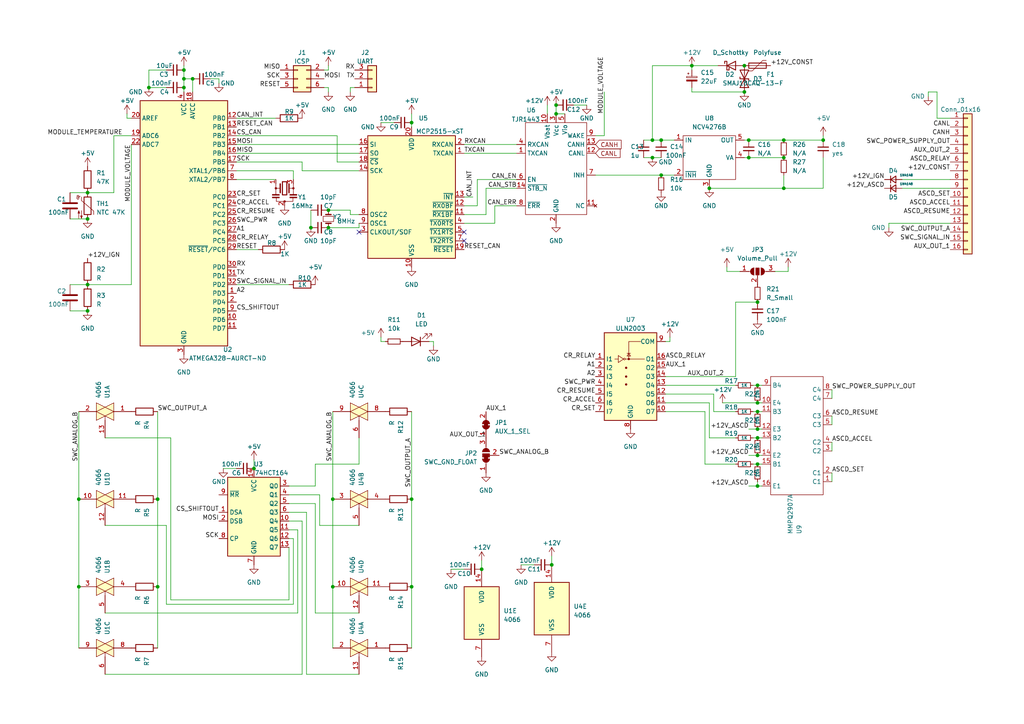
<source format=kicad_sch>
(kicad_sch (version 20211123) (generator eeschema)
  (paper "A4")
  (junction (at 22.86 144.78) (diameter 0.9144))
  (junction (at 200.66 19.05))
  (junction (at 95.25 60.96) (diameter 0.9144))
  (junction (at 119.38 144.78) (diameter 0.9144))
  (junction (at 219.71 127))
  (junction (at 119.38 35.56) (diameter 0.9144))
  (junction (at 215.9 19.05))
  (junction (at 96.52 144.78) (diameter 0.9144))
  (junction (at 96.52 170.18) (diameter 0.9144))
  (junction (at 160.02 163.83) (diameter 0.9144))
  (junction (at 45.72 170.18) (diameter 0.9144))
  (junction (at 161.29 33.02) (diameter 0.9144))
  (junction (at 227.33 45.72))
  (junction (at 22.86 170.18) (diameter 0.9144))
  (junction (at 189.23 40.64))
  (junction (at 119.38 170.18) (diameter 0.9144))
  (junction (at 238.76 40.64))
  (junction (at 219.71 119.38))
  (junction (at 227.33 54.61))
  (junction (at 73.66 135.89) (diameter 0.9144))
  (junction (at 219.71 124.46))
  (junction (at 217.17 45.72))
  (junction (at 219.71 111.76))
  (junction (at 161.29 30.48) (diameter 0.9144))
  (junction (at 55.88 22.86))
  (junction (at 215.9 26.67))
  (junction (at 25.4 63.5) (diameter 0.9144))
  (junction (at 95.25 66.04) (diameter 0.9144))
  (junction (at 189.23 45.72) (diameter 0.9144))
  (junction (at 43.18 25.4))
  (junction (at 227.33 40.64))
  (junction (at 191.77 40.64))
  (junction (at 25.4 82.55) (diameter 0.9144))
  (junction (at 53.34 25.4) (diameter 0.9144))
  (junction (at 90.17 66.04))
  (junction (at 25.4 55.88) (diameter 0.9144))
  (junction (at 219.71 132.08))
  (junction (at 219.71 116.84))
  (junction (at 217.17 40.64))
  (junction (at 191.77 50.8))
  (junction (at 205.74 54.61))
  (junction (at 219.71 87.63))
  (junction (at 25.4 90.17) (diameter 0.9144))
  (junction (at 219.71 140.97))
  (junction (at 139.7 165.1) (diameter 0.9144))
  (junction (at 53.34 20.32) (diameter 0.9144))
  (junction (at 45.72 144.78) (diameter 0.9144))
  (junction (at 219.71 134.62))
  (junction (at 53.34 22.86) (diameter 0.9144))
  (no_connect (at 104.14 67.31))
  (no_connect (at 134.62 67.31))
  (no_connect (at 134.62 69.85))
  (wire (pts (xy 217.17 124.46) (xy 219.71 124.46)))
  (wire (pts (xy 218.44 134.62) (xy 219.71 134.62)))
  (wire (pts (xy 73.66 133.35) (xy 73.66 135.89)))
  (wire (pts (xy 64.77 135.89) (xy 68.58 135.89)))
  (wire (pts (xy 204.47 119.38) (xy 204.47 134.62)))
  (wire (pts (xy 68.58 34.29) (xy 80.01 34.29)))
  (wire (pts (xy 241.3 128.27) (xy 241.3 130.81)))
  (wire (pts (xy 90.17 60.96) (xy 90.17 66.04)))
  (wire (pts (xy 161.29 30.48) (xy 161.29 33.02)))
  (wire (pts (xy 95.25 60.96) (xy 101.6 60.96)))
  (wire (pts (xy 101.6 60.96) (xy 101.6 62.23)))
  (wire (pts (xy 101.6 62.23) (xy 104.14 62.23)))
  (wire (pts (xy 134.62 62.23) (xy 140.97 62.23)))
  (wire (pts (xy 68.58 49.53) (xy 85.09 49.53)))
  (wire (pts (xy 104.14 64.77) (xy 104.14 66.04)))
  (wire (pts (xy 104.14 66.04) (xy 95.25 66.04)))
  (wire (pts (xy 219.71 116.84) (xy 220.98 116.84)))
  (wire (pts (xy 140.97 62.23) (xy 140.97 54.61)))
  (wire (pts (xy 218.44 111.76) (xy 219.71 111.76)))
  (wire (pts (xy 87.63 49.53) (xy 104.14 49.53)))
  (wire (pts (xy 36.83 34.29) (xy 36.83 33.02)))
  (wire (pts (xy 143.51 64.77) (xy 134.62 64.77)))
  (wire (pts (xy 83.82 140.97) (xy 91.44 140.97)))
  (wire (pts (xy 53.34 22.86) (xy 55.88 22.86)))
  (wire (pts (xy 55.88 22.86) (xy 55.88 26.67)))
  (wire (pts (xy 83.82 148.59) (xy 88.9 148.59)))
  (wire (pts (xy 88.9 148.59) (xy 88.9 195.58)))
  (wire (pts (xy 95.25 25.4) (xy 93.98 25.4)))
  (wire (pts (xy 95.25 26.67) (xy 95.25 25.4)))
  (wire (pts (xy 238.76 40.64) (xy 238.76 39.37)))
  (wire (pts (xy 83.82 151.13) (xy 87.63 151.13)))
  (wire (pts (xy 87.63 151.13) (xy 87.63 195.58)))
  (wire (pts (xy 110.49 97.79) (xy 110.49 99.06)))
  (wire (pts (xy 219.71 119.38) (xy 220.98 119.38)))
  (wire (pts (xy 210.82 78.74) (xy 214.63 78.74)))
  (wire (pts (xy 193.04 109.22) (xy 213.36 109.22)))
  (wire (pts (xy 210.82 77.47) (xy 210.82 78.74)))
  (wire (pts (xy 205.74 54.61) (xy 227.33 54.61)))
  (wire (pts (xy 20.32 55.88) (xy 25.4 55.88)))
  (wire (pts (xy 96.52 119.38) (xy 96.52 144.78)))
  (wire (pts (xy 138.43 59.69) (xy 134.62 59.69)))
  (wire (pts (xy 96.52 144.78) (xy 96.52 170.18)))
  (wire (pts (xy 96.52 170.18) (xy 96.52 187.96)))
  (wire (pts (xy 85.09 49.53) (xy 85.09 52.07)))
  (wire (pts (xy 53.34 19.05) (xy 53.34 20.32)))
  (wire (pts (xy 53.34 20.32) (xy 53.34 22.86)))
  (wire (pts (xy 53.34 22.86) (xy 53.34 25.4)))
  (wire (pts (xy 53.34 25.4) (xy 53.34 26.67)))
  (wire (pts (xy 218.44 127) (xy 219.71 127)))
  (wire (pts (xy 227.33 54.61) (xy 227.33 50.8)))
  (wire (pts (xy 241.3 137.16) (xy 241.3 139.7)))
  (wire (pts (xy 219.71 127) (xy 220.98 127)))
  (wire (pts (xy 215.9 45.72) (xy 217.17 45.72)))
  (wire (pts (xy 124.46 99.06) (xy 125.73 99.06)))
  (wire (pts (xy 228.6 78.74) (xy 224.79 78.74)))
  (wire (pts (xy 140.97 54.61) (xy 149.86 54.61)))
  (wire (pts (xy 88.9 195.58) (xy 104.14 195.58)))
  (wire (pts (xy 194.31 97.79) (xy 194.31 99.06)))
  (wire (pts (xy 134.62 44.45) (xy 149.86 44.45)))
  (wire (pts (xy 191.77 40.64) (xy 195.58 40.64)))
  (wire (pts (xy 143.51 59.69) (xy 149.86 59.69)))
  (wire (pts (xy 204.47 134.62) (xy 213.36 134.62)))
  (wire (pts (xy 257.81 64.77) (xy 257.81 66.04)))
  (wire (pts (xy 134.62 41.91) (xy 149.86 41.91)))
  (wire (pts (xy 110.49 99.06) (xy 111.76 99.06)))
  (wire (pts (xy 172.72 39.37) (xy 175.26 39.37)))
  (wire (pts (xy 119.38 33.02) (xy 119.38 35.56)))
  (wire (pts (xy 119.38 35.56) (xy 119.38 36.83)))
  (wire (pts (xy 45.72 119.38) (xy 45.72 144.78)))
  (wire (pts (xy 45.72 144.78) (xy 45.72 170.18)))
  (wire (pts (xy 45.72 170.18) (xy 45.72 187.96)))
  (wire (pts (xy 22.86 119.38) (xy 22.86 144.78)))
  (wire (pts (xy 22.86 144.78) (xy 22.86 170.18)))
  (wire (pts (xy 22.86 170.18) (xy 22.86 187.96)))
  (wire (pts (xy 143.51 59.69) (xy 143.51 64.77)))
  (wire (pts (xy 238.76 54.61) (xy 227.33 54.61)))
  (wire (pts (xy 186.69 40.64) (xy 189.23 40.64)))
  (wire (pts (xy 25.4 55.88) (xy 33.02 55.88)))
  (wire (pts (xy 170.18 30.48) (xy 166.37 30.48)))
  (wire (pts (xy 271.78 34.29) (xy 271.78 26.67)))
  (wire (pts (xy 43.18 20.32) (xy 43.18 25.4)))
  (wire (pts (xy 43.18 25.4) (xy 48.26 25.4)))
  (wire (pts (xy 48.26 20.32) (xy 43.18 20.32)))
  (wire (pts (xy 119.38 144.78) (xy 119.38 170.18)))
  (wire (pts (xy 119.38 170.18) (xy 119.38 187.96)))
  (wire (pts (xy 186.69 45.72) (xy 189.23 45.72)))
  (wire (pts (xy 207.01 114.3) (xy 207.01 119.38)))
  (wire (pts (xy 193.04 116.84) (xy 205.74 116.84)))
  (wire (pts (xy 68.58 82.55) (xy 83.82 82.55)))
  (wire (pts (xy 208.28 19.05) (xy 200.66 19.05)))
  (wire (pts (xy 213.36 87.63) (xy 219.71 87.63)))
  (wire (pts (xy 95.25 19.05) (xy 95.25 20.32)))
  (wire (pts (xy 95.25 20.32) (xy 93.98 20.32)))
  (wire (pts (xy 261.62 52.07) (xy 275.59 52.07)))
  (wire (pts (xy 238.76 45.72) (xy 238.76 54.61)))
  (wire (pts (xy 125.73 99.06) (xy 125.73 100.33)))
  (wire (pts (xy 130.81 165.1) (xy 134.62 165.1)))
  (wire (pts (xy 175.26 39.37) (xy 175.26 26.67)))
  (wire (pts (xy 83.82 143.51) (xy 92.71 143.51)))
  (wire (pts (xy 92.71 143.51) (xy 92.71 152.4)))
  (wire (pts (xy 92.71 152.4) (xy 104.14 152.4)))
  (wire (pts (xy 275.59 34.29) (xy 271.78 34.29)))
  (wire (pts (xy 160.02 161.29) (xy 160.02 163.83)))
  (wire (pts (xy 68.58 41.91) (xy 104.14 41.91)))
  (wire (pts (xy 33.02 55.88) (xy 33.02 39.37)))
  (wire (pts (xy 134.62 57.15) (xy 137.16 57.15)))
  (wire (pts (xy 241.3 120.65) (xy 241.3 123.19)))
  (wire (pts (xy 217.17 40.64) (xy 227.33 40.64)))
  (wire (pts (xy 193.04 111.76) (xy 213.36 111.76)))
  (wire (pts (xy 68.58 52.07) (xy 80.01 52.07)))
  (wire (pts (xy 97.79 46.99) (xy 104.14 46.99)))
  (wire (pts (xy 207.01 119.38) (xy 213.36 119.38)))
  (wire (pts (xy 261.62 54.61) (xy 275.59 54.61)))
  (wire (pts (xy 172.72 50.8) (xy 191.77 50.8)))
  (wire (pts (xy 219.71 134.62) (xy 220.98 134.62)))
  (wire (pts (xy 200.66 26.67) (xy 215.9 26.67)))
  (wire (pts (xy 83.82 153.67) (xy 86.36 153.67)))
  (wire (pts (xy 86.36 153.67) (xy 86.36 177.8)))
  (wire (pts (xy 86.36 177.8) (xy 30.48 177.8)))
  (wire (pts (xy 219.71 132.08) (xy 220.98 132.08)))
  (wire (pts (xy 219.71 124.46) (xy 220.98 124.46)))
  (wire (pts (xy 219.71 139.7) (xy 219.71 140.97)))
  (wire (pts (xy 215.9 40.64) (xy 217.17 40.64)))
  (wire (pts (xy 219.71 140.97) (xy 220.98 140.97)))
  (wire (pts (xy 194.31 99.06) (xy 193.04 99.06)))
  (wire (pts (xy 209.55 116.84) (xy 219.71 116.84)))
  (wire (pts (xy 49.53 127) (xy 30.48 127)))
  (wire (pts (xy 49.53 173.99) (xy 49.53 127)))
  (wire (pts (xy 83.82 158.75) (xy 83.82 173.99)))
  (wire (pts (xy 83.82 173.99) (xy 49.53 173.99)))
  (wire (pts (xy 33.02 39.37) (xy 38.1 39.37)))
  (wire (pts (xy 38.1 82.55) (xy 38.1 41.91)))
  (wire (pts (xy 218.44 119.38) (xy 219.71 119.38)))
  (wire (pts (xy 193.04 119.38) (xy 204.47 119.38)))
  (wire (pts (xy 138.43 52.07) (xy 138.43 59.69)))
  (wire (pts (xy 68.58 46.99) (xy 87.63 46.99)))
  (wire (pts (xy 20.32 90.17) (xy 25.4 90.17)))
  (wire (pts (xy 228.6 77.47) (xy 228.6 78.74)))
  (wire (pts (xy 205.74 127) (xy 213.36 127)))
  (wire (pts (xy 91.44 134.62) (xy 91.44 140.97)))
  (wire (pts (xy 104.14 127) (xy 104.14 134.62)))
  (wire (pts (xy 104.14 134.62) (xy 91.44 134.62)))
  (wire (pts (xy 83.82 146.05) (xy 91.44 146.05)))
  (wire (pts (xy 91.44 146.05) (xy 91.44 177.8)))
  (wire (pts (xy 91.44 177.8) (xy 104.14 177.8)))
  (wire (pts (xy 205.74 116.84) (xy 205.74 127)))
  (wire (pts (xy 241.3 113.03) (xy 241.3 115.57)))
  (wire (pts (xy 110.49 35.56) (xy 114.3 35.56)))
  (wire (pts (xy 200.66 19.05) (xy 200.66 20.32)))
  (wire (pts (xy 60.96 22.86) (xy 63.5 22.86)))
  (wire (pts (xy 63.5 22.86) (xy 63.5 24.13)))
  (wire (pts (xy 217.17 140.97) (xy 219.71 140.97)))
  (wire (pts (xy 119.38 119.38) (xy 119.38 144.78)))
  (wire (pts (xy 189.23 19.05) (xy 189.23 40.64)))
  (wire (pts (xy 101.6 25.4) (xy 102.87 25.4)))
  (wire (pts (xy 101.6 26.67) (xy 101.6 25.4)))
  (wire (pts (xy 25.4 82.55) (xy 38.1 82.55)))
  (wire (pts (xy 158.75 30.48) (xy 158.75 33.02)))
  (wire (pts (xy 193.04 114.3) (xy 207.01 114.3)))
  (wire (pts (xy 139.7 162.56) (xy 139.7 165.1)))
  (wire (pts (xy 257.81 64.77) (xy 275.59 64.77)))
  (wire (pts (xy 87.63 46.99) (xy 87.63 49.53)))
  (wire (pts (xy 48.26 152.4) (xy 30.48 152.4)))
  (wire (pts (xy 48.26 175.26) (xy 48.26 152.4)))
  (wire (pts (xy 83.82 156.21) (xy 85.09 156.21)))
  (wire (pts (xy 85.09 156.21) (xy 85.09 175.26)))
  (wire (pts (xy 85.09 175.26) (xy 48.26 175.26)))
  (wire (pts (xy 271.78 26.67) (xy 269.24 26.67)))
  (wire (pts (xy 20.32 82.55) (xy 25.4 82.55)))
  (wire (pts (xy 30.48 195.58) (xy 87.63 195.58)))
  (wire (pts (xy 189.23 45.72) (xy 191.77 45.72)))
  (wire (pts (xy 161.29 33.02) (xy 163.83 33.02)))
  (wire (pts (xy 68.58 39.37) (xy 97.79 39.37)))
  (wire (pts (xy 217.17 45.72) (xy 227.33 45.72)))
  (wire (pts (xy 38.1 34.29) (xy 36.83 34.29)))
  (wire (pts (xy 269.24 26.67) (xy 269.24 27.94)))
  (wire (pts (xy 68.58 72.39) (xy 74.93 72.39)))
  (wire (pts (xy 68.58 44.45) (xy 104.14 44.45)))
  (wire (pts (xy 189.23 40.64) (xy 191.77 40.64)))
  (wire (pts (xy 149.86 52.07) (xy 138.43 52.07)))
  (wire (pts (xy 20.32 63.5) (xy 25.4 63.5)))
  (wire (pts (xy 213.36 109.22) (xy 213.36 87.63)))
  (wire (pts (xy 200.66 19.05) (xy 189.23 19.05)))
  (wire (pts (xy 200.66 25.4) (xy 200.66 26.67)))
  (wire (pts (xy 191.77 50.8) (xy 195.58 50.8)))
  (wire (pts (xy 219.71 111.76) (xy 220.98 111.76)))
  (wire (pts (xy 97.79 39.37) (xy 97.79 46.99)))
  (wire (pts (xy 151.13 163.83) (xy 154.94 163.83)))
  (wire (pts (xy 227.33 40.64) (xy 238.76 40.64)))
  (wire (pts (xy 217.17 132.08) (xy 219.71 132.08)))
  (label "A1" (at 68.58 67.31 0))
  (label "+12V_ASCD" (at 217.17 124.46 180))
  (label "ASCD_RELAY" (at 193.04 104.14 0))
  (label "CAN_INT" (at 137.16 57.15 90))
  (label "CR_RELAY" (at 172.72 104.14 180))
  (label "SCK" (at 63.5 156.21 180))
  (label "MODULE_VOLTAGE" (at 175.26 33.02 90))
  (label "CR_SET" (at 172.72 119.38 180))
  (label "SWC_PWR" (at 172.72 111.76 180))
  (label "CS_CAN" (at 68.58 39.37 0))
  (label "SWC_OUTPUT_A" (at 275.59 67.31 180))
  (label "RX" (at 68.58 77.47 0))
  (label "MISO" (at 68.58 44.45 0))
  (label "SWC_POWER_SUPPLY_OUT" (at 275.59 41.91 180))
  (label "A2" (at 172.72 109.22 180))
  (label "A2" (at 68.58 85.09 0))
  (label "CAN_ERR" (at 149.86 59.69 180))
  (label "ASCD_RELAY" (at 275.59 46.99 180))
  (label "AUX_1" (at 193.04 106.68 0))
  (label "SWC_ANALOG_B" (at 144.78 132.08 0))
  (label "ASCD_SET" (at 241.3 137.16 0))
  (label "MOSI" (at 63.5 151.13 180))
  (label "AUX_OUT_2" (at 275.59 44.45 180))
  (label "MODULE_TEMPERATURE" (at 35.56 39.37 180))
  (label "RESET" (at 81.28 25.4 180))
  (label "+12V_IGN" (at 25.4 74.93 0))
  (label "SWC_PWR" (at 68.58 64.77 0))
  (label "A1" (at 172.72 106.68 180))
  (label "CS_SHIFTOUT" (at 63.5 148.59 180))
  (label "TXCAN" (at 134.62 44.45 0))
  (label "+12V_ASCD" (at 217.17 132.08 180))
  (label "CR_ACCEL" (at 68.58 59.69 0))
  (label "+12V_CONST" (at 275.59 49.53 180))
  (label "CAN_INT" (at 68.58 34.29 0))
  (label "CAN_EN" (at 149.86 52.07 180))
  (label "CAN_STB" (at 149.86 54.61 180))
  (label "TX" (at 68.58 80.01 0))
  (label "MODULE_VOLTAGE" (at 38.1 41.91 270))
  (label "ASCD_RESUME" (at 275.59 62.23 180))
  (label "SCK" (at 68.58 46.99 0))
  (label "CR_SET" (at 68.58 57.15 0))
  (label "AUX_OUT_1" (at 140.97 127 180))
  (label "SWC_OUTPUT_A" (at 45.72 119.38 0))
  (label "ASCD_ACCEL" (at 241.3 128.27 0))
  (label "ASCD_RESUME" (at 241.3 120.65 0))
  (label "AUX_OUT_2" (at 199.39 109.22 0))
  (label "RESET" (at 68.58 72.39 0))
  (label "+12V_CONST" (at 223.52 19.05 0))
  (label "SWC_ANALOG_B" (at 96.52 119.38 270))
  (label "MOSI" (at 68.58 41.91 0))
  (label "CR_RESUME" (at 172.72 114.3 180))
  (label "SWC_SIGNAL_IN" (at 68.58 82.55 0))
  (label "ASCD_SET" (at 275.59 57.15 180))
  (label "RESET_CAN" (at 68.58 36.83 0))
  (label "MISO" (at 81.28 20.32 180))
  (label "SWC_POWER_SUPPLY_OUT" (at 241.3 113.03 0))
  (label "SWC_OUTPUT_A" (at 119.38 127 270))
  (label "RXCAN" (at 134.62 41.91 0))
  (label "SWC_ANALOG_B" (at 22.86 119.38 270))
  (label "RESET_CAN" (at 134.62 72.39 0))
  (label "RX" (at 102.87 20.32 180))
  (label "CR_ACCEL" (at 172.72 116.84 180))
  (label "CR_RELAY" (at 68.58 69.85 0))
  (label "CANH" (at 275.59 39.37 180))
  (label "CS_SHIFTOUT" (at 68.58 90.17 0))
  (label "SCK" (at 81.28 22.86 180))
  (label "+12V_IGN" (at 256.54 52.07 180))
  (label "SWC_SIGNAL_IN" (at 275.59 69.85 180))
  (label "AUX_OUT_1" (at 275.59 72.39 180))
  (label "MOSI" (at 93.98 22.86 0))
  (label "+12V_ASCD" (at 256.54 54.61 180))
  (label "+12V_ASCD" (at 217.17 140.97 180))
  (label "CANL" (at 275.59 36.83 180))
  (label "CR_RESUME" (at 68.58 62.23 0))
  (label "TX" (at 102.87 22.86 180))
  (label "ASCD_ACCEL" (at 275.59 59.69 180))
  (label "AUX_1" (at 140.97 119.38 0))
  (global_label "CANL" (shape input) (at 172.72 44.45 0) (property "Intersheet References" "${INTERSHEET_REFS}" (effects hide)))
  (global_label "CANH" (shape input) (at 172.72 41.91 0) (property "Intersheet References" "${INTERSHEET_REFS}" (effects hide)))
  (symbol (lib_id "power:GND") (at 151.13 163.83 0) (unit 1)
    (property "Reference" "#PWR029" (effects hide))
    (property "Value" "GND" (at 151.13 168.91 0))
  )
  (symbol (lib_id "power:GND") (at 215.9 26.67 0) (unit 1)
    (property "Reference" "#PWR044" (effects hide))
    (property "Value" "GND" (at 215.9 30.48 0))
  )
  (symbol (lib_id "Device:R_Small") (at 215.9 134.62 270) (unit 1)
    (property "Reference" "R20" (at 212.09 133.35 90))
    (property "Value" "1K" (at 215.9 134.62 90) (effects (font (size 0.889 0.889))))
    (property "Footprint" "Resistor_SMD:R_0805_2012Metric_Pad1.20x1.40mm_HandSolder" (effects hide))
  )
  (symbol (lib_id "power:GND") (at 63.5 24.13 0) (unit 1)
    (property "Reference" "#PWR08" (effects hide))
    (property "Value" "GND" (at 66.04 24.13 0))
  )
  (symbol (lib_id "4xxx:4066") (at 160.02 176.53 0) (unit 5)
    (property "Reference" "U4" (at 166.37 175.8949 0) (effects (justify left)))
    (property "Value" "4066" (at 166.37 178.4349 0) (effects (justify left)))
    (property "Footprint" "Package_SO:SOIC-14_3.9x8.7mm_P1.27mm" (effects hide))
    (property "Datasheet" "http://www.ti.com/lit/ds/symlink/cd4066b.pdf" (effects hide))
  )
  (symbol (lib_id "Device:R") (at 41.91 170.18 270) (unit 1)
    (property "Reference" "R6" (at 42.5451 172.72 0) (effects (justify left)))
    (property "Value" "R" (at 40.0051 172.72 0) (effects (justify left)))
    (property "Footprint" "Resistor_THT:R_Axial_DIN0207_L6.3mm_D2.5mm_P7.62mm_Horizontal" (effects hide))
  )
  (symbol (lib_id "power:GND") (at 130.81 165.1 0) (unit 1)
    (property "Reference" "#PWR025" (effects hide))
    (property "Value" "GND" (at 130.81 170.18 0))
  )
  (symbol (lib_id "Connector_Generic:Conn_01x16") (at 280.67 52.07 0) (unit 1)
    (property "Reference" "J3" (at 278.638 29.21 0))
    (property "Value" "Conn_01x16" (at 278.638 31.75 0))
    (property "Footprint" "Molex_34826:0348260160" (effects hide))
  )
  (symbol (lib_id "4xxx:4066") (at 104.14 119.38 180) (unit 3)
    (property "Reference" "U4" (at 104.7751 115.57 90) (effects (justify right)))
    (property "Value" "4066" (at 102.2351 115.57 90) (effects (justify right)))
    (property "Footprint" "Package_SO:SOIC-14_3.9x8.7mm_P1.27mm" (effects hide))
    (property "Datasheet" "http://www.ti.com/lit/ds/symlink/cd4066b.pdf" (effects hide))
  )
  (symbol (lib_id "power:GND") (at 73.66 163.83 0) (unit 1)
    (property "Reference" "#PWR011" (effects hide))
    (property "Value" "GND" (at 73.66 168.91 0))
  )
  (symbol (lib_id "Device:R") (at 83.82 34.29 270) (unit 1)
    (property "Reference" "R9" (at 82.5501 32.385 90) (effects (justify left)))
    (property "Value" "1K" (at 82.55 34.29 90) (effects (justify left)))
    (property "Footprint" "Resistor_SMD:R_0805_2012Metric_Pad1.20x1.40mm_HandSolder" (effects hide))
  )
  (symbol (lib_id "power:GND") (at 90.17 66.04 0) (unit 1)
    (property "Reference" "#PWR015" (effects hide))
    (property "Value" "GND" (at 90.17 69.85 0))
  )
  (symbol (lib_id "Device:C_Small") (at 71.12 135.89 90) (unit 1)
    (property "Reference" "C6" (at 68.58 137.16 90))
    (property "Value" "100nF" (at 67.31 134.62 90))
    (property "Footprint" "Capacitor_SMD:C_0805_2012Metric_Pad1.18x1.45mm_HandSolder" (effects hide))
  )
  (symbol (lib_id "4xxx:4066") (at 104.14 170.18 180) (unit 4)
    (property "Reference" "U4" (at 104.7751 166.37 90) (effects (justify right)))
    (property "Value" "4066" (at 102.2351 166.37 90) (effects (justify right)))
    (property "Footprint" "Package_SO:SOIC-14_3.9x8.7mm_P1.27mm" (effects hide))
    (property "Datasheet" "http://www.ti.com/lit/ds/symlink/cd4066b.pdf" (effects hide))
  )
  (symbol (lib_id "power:+5V") (at 110.49 97.79 0) (unit 1)
    (property "Reference" "#PWR021" (effects hide))
    (property "Value" "+5V" (at 106.68 96.52 0))
  )
  (symbol (lib_id "MCU_Microchip_ATmega:ATmega328-A") (at 53.34 64.77 0) (unit 1)
    (property "Reference" "U2" (at 66.04 101.3714 0))
    (property "Value" "ATMEGA328-AURCT-ND" (at 66.04 103.9114 0))
    (property "Footprint" "Package_QFP:TQFP-32_7x7mm_P0.8mm" (effects hide))
    (property "Datasheet" "http://ww1.microchip.com/downloads/en/DeviceDoc/ATmega328_P%20AVR%20MCU%20with%20picoPower%20Technology%20Data%20Sheet%2040001984A.pdf" (effects hide))
  )
  (symbol (lib_id "power:+5V") (at 238.76 39.37 0) (unit 1)
    (property "Reference" "#PWR047" (effects hide))
    (property "Value" "+5V" (at 238.76 34.29 0))
  )
  (symbol (lib_id "Connector_Generic:Conn_01x03") (at 107.95 22.86 0) (mirror x) (unit 1)
    (property "Reference" "J2" (at 105.918 15.24 0))
    (property "Value" "UART" (at 105.918 17.78 0))
    (property "Footprint" "Connector_PinHeader_2.54mm:PinHeader_1x03_P2.54mm_Vertical" (effects hide))
  )
  (symbol (lib_id "Jumper:SolderJumper_3_Bridged12") (at 140.97 132.08 90) (unit 1)
    (property "Reference" "JP2" (at 138.43 131.4449 90) (effects (justify left)))
    (property "Value" "SWC_GND_FLOAT" (at 138.43 133.9849 90) (effects (justify left)))
    (property "Footprint" "Jumper:SolderJumper-3_P1.3mm_Bridged12_Pad1.0x1.5mm_NumberLabels" (effects hide))
  )
  (symbol (lib_id "Device:R") (at 25.4 86.36 0) (unit 1)
    (property "Reference" "R3" (at 27.94 85.7249 0) (effects (justify left)))
    (property "Value" "R" (at 27.94 88.2649 0) (effects (justify left)))
    (property "Footprint" "Resistor_SMD:R_0805_2012Metric_Pad1.20x1.40mm_HandSolder" (effects hide))
  )
  (symbol (lib_id "Interface_CAN_LIN:MCP2515-xST") (at 119.38 57.15 0) (unit 1)
    (property "Reference" "U5" (at 121.3994 34.29 0) (effects (justify left)))
    (property "Value" "MCP2515-xST" (at 120.65 38.1 0) (effects (justify left)))
    (property "Footprint" "Package_SO:TSSOP-20_4.4x6.5mm_P0.65mm" (effects hide))
    (property "Datasheet" "http://ww1.microchip.com/downloads/en/DeviceDoc/21801e.pdf" (effects hide))
  )
  (symbol (lib_id "power:GND") (at 101.6 26.67 0) (unit 1)
    (property "Reference" "#PWR019" (effects hide))
    (property "Value" "GND" (at 101.6 31.75 0))
  )
  (symbol (lib_id "Device:R") (at 25.4 78.74 0) (unit 1)
    (property "Reference" "R2" (at 27.94 78.1049 0) (effects (justify left)))
    (property "Value" "R" (at 27.94 80.6449 0) (effects (justify left)))
    (property "Footprint" "Resistor_SMD:R_0805_2012Metric_Pad1.20x1.40mm_HandSolder" (effects hide))
  )
  (symbol (lib_id "Device:C_Polarized_Small") (at 200.66 22.86 0) (unit 1)
    (property "Reference" "C15" (at 203.2 21.0438 0) (effects (justify left)))
    (property "Value" "22uF" (at 203.2 23.5838 0) (effects (justify left)))
    (property "Footprint" "Capacitor_SMD:CP_Elec_5x5.7" (effects hide))
  )
  (symbol (lib_id "4xxx:4066") (at 104.14 144.78 180) (unit 2)
    (property "Reference" "U4" (at 104.7751 140.97 90) (effects (justify right)))
    (property "Value" "4066" (at 102.2351 140.97 90) (effects (justify right)))
    (property "Footprint" "Package_SO:SOIC-14_3.9x8.7mm_P1.27mm" (effects hide))
    (property "Datasheet" "http://www.ti.com/lit/ds/symlink/cd4066b.pdf" (effects hide))
  )
  (symbol (lib_id "power:GND") (at 269.24 27.94 0) (mirror y) (unit 1)
    (property "Reference" "#PWR049" (effects hide))
    (property "Value" "GND" (at 264.16 27.94 0) (effects (justify right)))
  )
  (symbol (lib_id "4xxx:4066") (at 30.48 119.38 180) (unit 1)
    (property "Reference" "U1" (at 31.1151 115.57 90) (effects (justify right)))
    (property "Value" "4066" (at 28.5751 115.57 90) (effects (justify right)))
    (property "Footprint" "Package_SO:SOIC-14_3.9x8.7mm_P1.27mm" (effects hide))
    (property "Datasheet" "http://www.ti.com/lit/ds/symlink/cd4066b.pdf" (effects hide))
  )
  (symbol (lib_id "power:+5V") (at 73.66 133.35 0) (unit 1)
    (property "Reference" "#PWR010" (effects hide))
    (property "Value" "+5V" (at 73.66 129.54 0))
  )
  (symbol (lib_id "power:+5V") (at 95.25 19.05 0) (unit 1)
    (property "Reference" "#PWR017" (effects hide))
    (property "Value" "+5V" (at 95.25 15.24 0))
  )
  (symbol (lib_id "power:GND") (at 205.74 54.61 0) (unit 1)
    (property "Reference" "#PWR041" (effects hide))
    (property "Value" "GND" (at 205.74 59.69 0))
  )
  (symbol (lib_id "Device:R_Small") (at 191.77 53.34 0) (unit 1)
    (property "Reference" "R16" (at 194.31 52.0699 0) (effects (justify left)))
    (property "Value" "10k" (at 194.31 54.6099 0) (effects (justify left)))
    (property "Footprint" "Resistor_SMD:R_0805_2012Metric_Pad1.20x1.40mm_HandSolder" (effects hide))
  )
  (symbol (lib_id "Device:R_Small") (at 219.71 85.09 0) (unit 1)
    (property "Reference" "R21" (at 222.25 83.8199 0) (effects (justify left)))
    (property "Value" "R_Small" (at 222.25 86.3599 0) (effects (justify left)))
    (property "Footprint" "Resistor_SMD:R_0805_2012Metric_Pad1.20x1.40mm_HandSolder" (effects hide))
  )
  (symbol (lib_id "Device:R") (at 41.91 144.78 270) (unit 1)
    (property "Reference" "R5" (at 42.5451 147.32 0) (effects (justify left)))
    (property "Value" "R" (at 40.0051 147.32 0) (effects (justify left)))
    (property "Footprint" "Resistor_THT:R_Axial_DIN0207_L6.3mm_D2.5mm_P7.62mm_Horizontal" (effects hide))
  )
  (symbol (lib_id "Device:C_Small") (at 191.77 43.18 0) (unit 1)
    (property "Reference" "C14" (at 194.31 42.5449 0) (effects (justify left)))
    (property "Value" "100nF" (at 193.04 45.0849 0) (effects (justify left)))
    (property "Footprint" "Capacitor_SMD:C_0805_2012Metric_Pad1.18x1.45mm_HandSolder" (effects hide))
  )
  (symbol (lib_id "Device:R_Small") (at 219.71 121.92 0) (unit 1)
    (property "Reference" "R23" (at 215.9 121.92 0) (effects (justify left)))
    (property "Value" "10k" (at 219.71 123.19 90) (effects (font (size 0.889 0.889)) (justify left)))
    (property "Footprint" "Resistor_SMD:R_0805_2012Metric_Pad1.20x1.40mm_HandSolder" (effects hide))
  )
  (symbol (lib_id "power:+12V") (at 194.31 97.79 0) (unit 1)
    (property "Reference" "#PWR039" (effects hide))
    (property "Value" "+12V" (at 194.31 93.98 0))
  )
  (symbol (lib_id "power:+5V") (at 87.63 34.29 0) (unit 1)
    (property "Reference" "#PWR014" (effects hide))
    (property "Value" "+5V" (at 87.63 30.48 0))
  )
  (symbol (lib_id "Device:C_Small") (at 58.42 22.86 90) (unit 1)
    (property "Reference" "C5" (at 60.96 24.13 90))
    (property "Value" "100nF" (at 62.23 21.59 90))
    (property "Footprint" "Capacitor_SMD:C_0805_2012Metric_Pad1.18x1.45mm_HandSolder" (effects hide))
  )
  (symbol (lib_id "power:GND") (at 25.4 63.5 0) (unit 1)
    (property "Reference" "#PWR02" (effects hide))
    (property "Value" "GND" (at 25.4 68.58 0))
  )
  (symbol (lib_id "Device:C_Small") (at 137.16 165.1 90) (unit 1)
    (property "Reference" "C10" (at 134.62 166.37 90))
    (property "Value" "100nF" (at 133.35 163.83 90))
    (property "Footprint" "Capacitor_SMD:C_0805_2012Metric_Pad1.18x1.45mm_HandSolder" (effects hide))
  )
  (symbol (lib_id "Device:C_Small") (at 163.83 30.48 270) (unit 1)
    (property "Reference" "C12" (at 166.37 31.75 90))
    (property "Value" "100nF" (at 167.64 29.21 90))
    (property "Footprint" "Capacitor_SMD:C_0805_2012Metric_Pad1.18x1.45mm_HandSolder" (effects hide))
  )
  (symbol (lib_id "Device:R_Small") (at 227.33 43.18 0) (unit 1)
    (property "Reference" "R26" (at 229.87 41.9099 0) (effects (justify left)))
    (property "Value" "N/A" (at 229.87 44.4499 0) (effects (justify left)))
    (property "Footprint" "Resistor_SMD:R_0805_2012Metric_Pad1.20x1.40mm_HandSolder" (effects hide))
  )
  (symbol (lib_id "Device:C_Small") (at 92.71 60.96 90) (unit 1)
    (property "Reference" "C7" (at 95.25 59.69 90))
    (property "Value" "10pF" (at 95.25 57.15 90))
    (property "Footprint" "Capacitor_SMD:C_0805_2012Metric_Pad1.18x1.45mm_HandSolder" (effects hide))
  )
  (symbol (lib_id "Device:C_Small") (at 116.84 35.56 90) (unit 1)
    (property "Reference" "C9" (at 114.3 36.83 90))
    (property "Value" "100nF" (at 113.03 34.29 90))
    (property "Footprint" "Capacitor_SMD:C_0805_2012Metric_Pad1.18x1.45mm_HandSolder" (effects hide))
  )
  (symbol (lib_id "power:+5V") (at 210.82 77.47 0) (unit 1)
    (property "Reference" "#PWR043" (effects hide))
    (property "Value" "+5V" (at 210.82 72.39 0))
  )
  (symbol (lib_id "power:GND") (at 53.34 102.87 0) (unit 1)
    (property "Reference" "#PWR07" (effects hide))
    (property "Value" "GND" (at 53.34 107.95 0))
  )
  (symbol (lib_id "Device:R_Small") (at 114.3 99.06 90) (unit 1)
    (property "Reference" "R11" (at 114.3 92.71 90))
    (property "Value" "10k" (at 114.3 95.25 90))
    (property "Footprint" "Resistor_SMD:R_0805_2012Metric_Pad1.20x1.40mm_HandSolder" (effects hide))
  )
  (symbol (lib_id "Jumper:SolderJumper_2_Bridged") (at 140.97 123.19 90) (unit 1)
    (property "Reference" "JP1" (at 143.51 122.5549 90) (effects (justify right)))
    (property "Value" "AUX_1_SEL" (at 143.51 125.0949 90) (effects (justify right)))
    (property "Footprint" "Jumper:SolderJumper-2_P1.3mm_Bridged_Pad1.0x1.5mm" (effects hide))
  )
  (symbol (lib_id "Device:Thermistor_NTC") (at 25.4 59.69 0) (unit 1)
    (property "Reference" "TH1" (at 27.94 59.0549 0) (effects (justify left)))
    (property "Value" "NTC 47K" (at 27.94 61.5949 0) (effects (justify left)))
    (property "Footprint" "Resistor_SMD:R_0805_2012Metric_Pad1.20x1.40mm_HandSolder" (effects hide))
  )
  (symbol (lib_id "Device:C_Small") (at 92.71 66.04 90) (unit 1)
    (property "Reference" "C8" (at 95.25 67.31 90))
    (property "Value" "10pF" (at 95.25 69.85 90))
    (property "Footprint" "Capacitor_SMD:C_0805_2012Metric_Pad1.18x1.45mm_HandSolder" (effects hide))
  )
  (symbol (lib_id "power:+12V") (at 158.75 30.48 0) (unit 1)
    (property "Reference" "#PWR030" (effects hide))
    (property "Value" "+12V" (at 154.94 29.21 0))
  )
  (symbol (lib_id "power:GND") (at 119.38 77.47 0) (unit 1)
    (property "Reference" "#PWR023" (effects hide))
    (property "Value" "GND" (at 119.38 82.55 0))
  )
  (symbol (lib_id "Device:Crystal_Small") (at 95.25 63.5 90) (unit 1)
    (property "Reference" "Y2" (at 96.52 62.8649 90) (effects (justify right)))
    (property "Value" "8MHz" (at 97.79 64.1349 90) (effects (justify right)))
    (property "Footprint" "Crystal:Crystal_SMD_HC49-SD" (effects hide))
  )
  (symbol (lib_id "power:GND") (at 64.77 135.89 0) (unit 1)
    (property "Reference" "#PWR09" (effects hide))
    (property "Value" "GND" (at 63.5 139.7 0))
  )
  (symbol (lib_id "Device:R_Small") (at 219.71 114.3 0) (unit 1)
    (property "Reference" "R22" (at 215.9 114.3 0) (effects (justify left)))
    (property "Value" "10k" (at 219.71 115.57 90) (effects (font (size 0.889 0.889)) (justify left)))
    (property "Footprint" "Resistor_SMD:R_0805_2012Metric_Pad1.20x1.40mm_HandSolder" (effects hide))
  )
  (symbol (lib_id "Transistor_Array:ULN2003") (at 182.88 109.22 0) (unit 1)
    (property "Reference" "U7" (at 182.88 92.71 0))
    (property "Value" "ULN2003" (at 182.88 95.25 0))
    (property "Footprint" "Package_SO:SOIC-16_3.9x9.9mm_P1.27mm" (effects hide))
    (property "Datasheet" "http://www.ti.com/lit/ds/symlink/uln2003a.pdf" (effects hide))
  )
  (symbol (lib_id "power:+5V") (at 91.44 82.55 0) (unit 1)
    (property "Reference" "#PWR016" (effects hide))
    (property "Value" "+5V" (at 91.44 77.47 0))
  )
  (symbol (lib_id "4xxx:4066") (at 139.7 177.8 0) (unit 5)
    (property "Reference" "U1" (at 146.05 177.1649 0) (effects (justify left)))
    (property "Value" "4066" (at 146.05 179.7049 0) (effects (justify left)))
    (property "Footprint" "Package_SO:SOIC-14_3.9x8.7mm_P1.27mm" (effects hide))
    (property "Datasheet" "http://www.ti.com/lit/ds/symlink/cd4066b.pdf" (effects hide))
  )
  (symbol (lib_id "Device:C") (at 20.32 59.69 0) (unit 1)
    (property "Reference" "C1" (at 16.51 57.7849 0) (effects (justify left)))
    (property "Value" "100nF" (at 13.97 61.5949 0) (effects (justify left)))
    (property "Footprint" "Capacitor_SMD:C_0805_2012Metric_Pad1.18x1.45mm_HandSolder" (effects hide))
  )
  (symbol (lib_id "Device:C") (at 20.32 86.36 0) (unit 1)
    (property "Reference" "C2" (at 16.51 84.4549 0) (effects (justify left)))
    (property "Value" "100nF" (at 13.97 88.2649 0) (effects (justify left)))
    (property "Footprint" "Capacitor_SMD:C_0805_2012Metric_Pad1.18x1.45mm_HandSolder" (effects hide))
  )
  (symbol (lib_id "power:+5V") (at 36.83 33.02 0) (unit 1)
    (property "Reference" "#PWR04" (effects hide))
    (property "Value" "+5V" (at 36.83 29.21 0))
  )
  (symbol (lib_id "power:GND") (at 82.55 59.69 0) (unit 1)
    (property "Reference" "#PWR012" (effects hide))
    (property "Value" "GND" (at 82.55 64.77 0))
  )
  (symbol (lib_id "power:GND") (at 25.4 90.17 0) (unit 1)
    (property "Reference" "#PWR03" (effects hide))
    (property "Value" "GND" (at 25.4 95.25 0))
  )
  (symbol (lib_id "Device:R") (at 115.57 170.18 270) (unit 1)
    (property "Reference" "R14" (at 116.2051 172.72 0) (effects (justify left)))
    (property "Value" "R" (at 113.6651 172.72 0) (effects (justify left)))
    (property "Footprint" "Resistor_THT:R_Axial_DIN0207_L6.3mm_D2.5mm_P7.62mm_Horizontal" (effects hide))
  )
  (symbol (lib_id "Device:R_Small") (at 215.9 127 270) (unit 1)
    (property "Reference" "R19" (at 212.09 125.73 90))
    (property "Value" "1K" (at 215.9 127 90) (effects (font (size 0.889 0.889))))
    (property "Footprint" "Resistor_SMD:R_0805_2012Metric_Pad1.20x1.40mm_HandSolder" (effects hide))
  )
  (symbol (lib_id "Device:R") (at 78.74 72.39 270) (unit 1)
    (property "Reference" "R8" (at 77.4701 70.485 90) (effects (justify left)))
    (property "Value" "1K" (at 81.2801 73.66 90) (effects (justify left)))
    (property "Footprint" "Resistor_SMD:R_0805_2012Metric_Pad1.20x1.40mm_HandSolder" (effects hide))
  )
  (symbol (lib_id "Device:C_Small") (at 157.48 163.83 90) (unit 1)
    (property "Reference" "C11" (at 154.94 165.1 90))
    (property "Value" "100nF" (at 153.67 162.56 90))
    (property "Footprint" "Capacitor_SMD:C_0805_2012Metric_Pad1.18x1.45mm_HandSolder" (effects hide))
  )
  (symbol (lib_id "power:GND") (at 161.29 64.77 0) (unit 1)
    (property "Reference" "#PWR034" (effects hide))
    (property "Value" "GND" (at 161.29 69.85 0))
  )
  (symbol (lib_id "Device:R") (at 87.63 82.55 270) (unit 1)
    (property "Reference" "R10" (at 86.3601 80.645 90) (effects (justify left)))
    (property "Value" "1K" (at 86.36 82.55 90) (effects (justify left)))
    (property "Footprint" "Resistor_SMD:R_0805_2012Metric_Pad1.20x1.40mm_HandSolder" (effects hide))
  )
  (symbol (lib_id "Device:R") (at 41.91 119.38 270) (unit 1)
    (property "Reference" "R4" (at 42.5451 121.92 0) (effects (justify left)))
    (property "Value" "R" (at 40.0051 121.92 0) (effects (justify left)))
    (property "Footprint" "Resistor_THT:R_Axial_DIN0207_L6.3mm_D2.5mm_P7.62mm_Horizontal" (effects hide))
  )
  (symbol (lib_id "power:GND") (at 43.18 25.4 0) (unit 1)
    (property "Reference" "#PWR05" (effects hide))
    (property "Value" "GND" (at 39.37 26.67 0))
  )
  (symbol (lib_id "Device:R") (at 115.57 187.96 270) (unit 1)
    (property "Reference" "R15" (at 116.2051 190.5 0) (effects (justify left)))
    (property "Value" "R" (at 113.6651 190.5 0) (effects (justify left)))
    (property "Footprint" "Resistor_THT:R_Axial_DIN0207_L6.3mm_D2.5mm_P7.62mm_Horizontal" (effects hide))
  )
  (symbol (lib_id "Device:R_Small") (at 215.9 119.38 270) (unit 1)
    (property "Reference" "R18" (at 212.09 118.11 90))
    (property "Value" "1K" (at 215.9 119.38 90) (effects (font (size 0.889 0.889))))
    (property "Footprint" "Resistor_SMD:R_0805_2012Metric_Pad1.20x1.40mm_HandSolder" (effects hide))
  )
  (symbol (lib_id "Device:D_TVS") (at 215.9 22.86 90) (unit 1)
    (property "Reference" "D3" (at 218.44 22.86 90) (effects (justify right)))
    (property "Value" "SMAJ18CAQ-13-F" (at 209.55 24.13 90) (effects (justify right)))
    (property "Footprint" "Diode_SMD:D_SMA" (effects hide))
  )
  (symbol (lib_id "power:GND") (at 140.97 137.16 0) (unit 1)
    (property "Reference" "#PWR028" (effects hide))
    (property "Value" "GND" (at 140.97 142.24 0))
  )
  (symbol (lib_id "Device:C_Small") (at 217.17 43.18 0) (unit 1)
    (property "Reference" "C16" (at 219.71 41.9162 0) (effects (justify left)))
    (property "Value" "N/A" (at 219.71 44.4562 0) (effects (justify left)))
    (property "Footprint" "Capacitor_SMD:C_0805_2012Metric_Pad1.18x1.45mm_HandSolder" (effects hide))
  )
  (symbol (lib_id "power:+5V") (at 82.55 72.39 0) (unit 1)
    (property "Reference" "#PWR013" (effects hide))
    (property "Value" "+5V" (at 82.55 68.58 0))
  )
  (symbol (lib_id "Device:R") (at 25.4 52.07 0) (unit 1)
    (property "Reference" "R1" (at 27.94 50.1649 0) (effects (justify left)))
    (property "Value" "47K" (at 27.94 52.7049 0) (effects (justify left)))
    (property "Footprint" "Resistor_SMD:R_0805_2012Metric_Pad1.20x1.40mm_HandSolder" (effects hide))
  )
  (symbol (lib_id "Device:C_Small") (at 186.69 43.18 0) (unit 1)
    (property "Reference" "C13" (at 182.88 42.5449 0) (effects (justify left)))
    (property "Value" "1u" (at 182.88 45.0849 0) (effects (justify left)))
    (property "Footprint" "Capacitor_SMD:C_1210_3225Metric_Pad1.33x2.70mm_HandSolder" (effects hide))
  )
  (symbol (lib_id "4xxx:4066") (at 30.48 144.78 180) (unit 4)
    (property "Reference" "U1" (at 31.1151 140.97 90) (effects (justify right)))
    (property "Value" "4066" (at 28.5751 140.97 90) (effects (justify right)))
    (property "Footprint" "Package_SO:SOIC-14_3.9x8.7mm_P1.27mm" (effects hide))
    (property "Datasheet" "http://www.ti.com/lit/ds/symlink/cd4066b.pdf" (effects hide))
  )
  (symbol (lib_id "Device:C_Small") (at 50.8 20.32 90) (unit 1)
    (property "Reference" "C3" (at 48.8949 21.59 90) (effects (justify left)))
    (property "Value" "10uF" (at 50.1649 19.05 90) (effects (justify left)))
    (property "Footprint" "Capacitor_SMD:CP_Elec_5x5.7" (effects hide))
  )
  (symbol (lib_id "power:+12V") (at 228.6 77.47 0) (unit 1)
    (property "Reference" "#PWR046" (effects hide))
    (property "Value" "+12V" (at 228.6 73.66 0))
  )
  (symbol (lib_id "power:GND") (at 110.49 35.56 0) (unit 1)
    (property "Reference" "#PWR020" (effects hide))
    (property "Value" "GND" (at 106.68 36.83 0))
  )
  (symbol (lib_id "power:GND") (at 139.7 190.5 0) (unit 1)
    (property "Reference" "#PWR027" (effects hide))
    (property "Value" "GND" (at 139.7 195.58 0))
  )
  (symbol (lib_id "power:GND") (at 95.25 26.67 0) (unit 1)
    (property "Reference" "#PWR018" (effects hide))
    (property "Value" "GND" (at 95.25 31.75 0))
  )
  (symbol (lib_id "power:GND") (at 160.02 189.23 0) (unit 1)
    (property "Reference" "#PWR032" (effects hide))
    (property "Value" "GND" (at 160.02 194.31 0))
  )
  (symbol (lib_id "Connector_Generic:Conn_02x03_Odd_Even") (at 86.36 22.86 0) (unit 1)
    (property "Reference" "J1" (at 87.63 15.24 0))
    (property "Value" "ICSP" (at 87.63 17.78 0))
    (property "Footprint" "Connector_PinHeader_2.54mm:PinHeader_2x03_P2.54mm_Vertical" (effects hide))
  )
  (symbol (lib_id "power:GND") (at 219.71 92.71 0) (unit 1)
    (property "Reference" "#PWR045" (effects hide))
    (property "Value" "GND" (at 219.71 96.52 0))
  )
  (symbol (lib_id "Device:R_Small") (at 215.9 111.76 270) (unit 1)
    (property "Reference" "R17" (at 212.09 110.49 90))
    (property "Value" "1K" (at 215.9 111.76 90) (effects (font (size 0.889 0.889))))
    (property "Footprint" "Resistor_SMD:R_0805_2012Metric_Pad1.20x1.40mm_HandSolder" (effects hide))
  )
  (symbol (lib_id "power:+12V") (at 200.66 19.05 0) (unit 1)
    (property "Reference" "#PWR040" (effects hide))
    (property "Value" "+12V" (at 200.66 15.24 0))
  )
  (symbol (lib_id "power:+5V") (at 53.34 19.05 0) (unit 1)
    (property "Reference" "#PWR06" (effects hide))
    (property "Value" "+5V" (at 53.34 15.24 0))
  )
  (symbol (lib_id "power:GND") (at 191.77 55.88 0) (unit 1)
    (property "Reference" "#PWR038" (effects hide))
    (property "Value" "GND" (at 191.77 59.69 0))
  )
  (symbol (lib_id "Personal:TJR1443") (at 161.29 38.1 0) (unit 1)
    (property "Reference" "U6" (at 154.051 31.9532 0))
    (property "Value" "TJR1443" (at 152.5016 34.6202 0))
    (property "Footprint" "Package_SO:SO-14_3.9x8.65mm_P1.27mm" (effects hide))
  )
  (symbol (lib_id "Device:C_Small") (at 238.76 43.18 0) (unit 1)
    (property "Reference" "C18" (at 241.3 41.9162 0) (effects (justify left)))
    (property "Value" "yes" (at 241.3 44.4562 0) (effects (justify left)))
    (property "Footprint" "Capacitor_SMD:C_1210_3225Metric_Pad1.33x2.70mm_HandSolder" (effects hide))
  )
  (symbol (lib_id "Device:D_Schottky") (at 212.09 19.05 0) (unit 1)
    (property "Reference" "D2" (at 213.0426 21.59 0) (effects (justify right)))
    (property "Value" "D_Schottky" (at 217.17 15.24 0) (effects (justify right)))
    (property "Footprint" "Diode_SMD:D_SMA" (effects hide))
  )
  (symbol (lib_id "power:GND") (at 170.18 30.48 0) (mirror y) (unit 1)
    (property "Reference" "#PWR035" (effects hide))
    (property "Value" "GND" (at 170.18 34.29 0))
  )
  (symbol (lib_id "Personal:MMPQ2907A") (at 231.14 137.16 180) (unit 1)
    (property "Reference" "U9" (at 231.7751 154.94 90) (effects (justify right)))
    (property "Value" "MMPQ2907A" (at 229.2351 154.94 90) (effects (justify right)))
    (property "Footprint" "Package_SO:SOIC-16_3.9x9.9mm_P1.27mm" (effects hide))
  )
  (symbol (lib_id "power:GND") (at 189.23 45.72 0) (unit 1)
    (property "Reference" "#PWR037" (effects hide))
    (property "Value" "GND" (at 193.04 46.99 0))
  )
  (symbol (lib_id "Device:Resonator_Small") (at 82.55 54.61 0) (unit 1)
    (property "Reference" "Y1" (at 87.63 57.15 0))
    (property "Value" "16Mhz" (at 87.63 59.69 0))
    (property "Footprint" "Crystal:Resonator_SMD_Murata_CSTxExxV-3Pin_3.0x1.1mm_HandSoldering" (effects hide))
  )
  (symbol (lib_id "Device:D_Small") (at 259.08 52.07 0) (unit 1)
    (property "Reference" "D4" (at 259.08 49.53 0))
    (property "Value" "1N4148" (at 262.89 50.8 0) (effects (font (size 0.635 0.635))))
    (property "Footprint" "Diode_SMD:D_SOD-323_HandSoldering" (effects hide))
  )
  (symbol (lib_id "power:GND") (at 125.73 100.33 0) (unit 1)
    (property "Reference" "#PWR024" (effects hide))
    (property "Value" "GND" (at 125.73 104.14 0))
  )
  (symbol (lib_id "Device:Polyfuse") (at 219.71 19.05 90) (unit 1)
    (property "Reference" "F1" (at 222.25 21.59 90) (effects (justify right)))
    (property "Value" "Polyfuse" (at 218.44 15.24 90) (effects (justify right)))
    (property "Footprint" "Fuse:Fuse_1812_4532Metric_Pad1.30x3.40mm_HandSolder" (effects hide))
  )
  (symbol (lib_id "4xxx:4066") (at 104.14 187.96 180) (unit 1)
    (property "Reference" "U4" (at 104.7751 184.15 90) (effects (justify right)))
    (property "Value" "4066" (at 102.2351 184.15 90) (effects (justify right)))
    (property "Footprint" "Package_SO:SOIC-14_3.9x8.7mm_P1.27mm" (effects hide))
    (property "Datasheet" "http://www.ti.com/lit/ds/symlink/cd4066b.pdf" (effects hide))
  )
  (symbol (lib_id "Device:R_Small") (at 219.71 137.16 0) (unit 1)
    (property "Reference" "R25" (at 215.9 137.16 0) (effects (justify left)))
    (property "Value" "10k" (at 219.71 138.43 90) (effects (font (size 0.889 0.889)) (justify left)))
    (property "Footprint" "Resistor_SMD:R_0805_2012Metric_Pad1.20x1.40mm_HandSolder" (effects hide))
  )
  (symbol (lib_id "power:+12V") (at 209.55 116.84 0) (unit 1)
    (property "Reference" "#PWR042" (effects hide))
    (property "Value" "+12V" (at 207.01 113.03 0) (effects (justify left)))
  )
  (symbol (lib_id "Device:D_Small") (at 259.08 54.61 0) (unit 1)
    (property "Reference" "D5" (at 259.08 57.15 0))
    (property "Value" "1N4148" (at 262.89 53.34 0) (effects (font (size 0.635 0.635))))
    (property "Footprint" "Diode_SMD:D_SOD-323_HandSoldering" (effects hide))
  )
  (symbol (lib_id "power:+5V") (at 119.38 33.02 0) (unit 1)
    (property "Reference" "#PWR022" (effects hide))
    (property "Value" "+5V" (at 119.38 29.21 0))
  )
  (symbol (lib_id "power:GND") (at 182.88 124.46 0) (unit 1)
    (property "Reference" "#PWR036" (effects hide))
    (property "Value" "GND" (at 182.88 129.54 0))
  )
  (symbol (lib_id "power:GND") (at 257.81 66.04 0) (mirror y) (unit 1)
    (property "Reference" "#PWR048" (effects hide))
    (property "Value" "GND" (at 252.73 66.04 0) (effects (justify right)))
  )
  (symbol (lib_id "power:+12V") (at 160.02 161.29 0) (unit 1)
    (property "Reference" "#PWR031" (effects hide))
    (property "Value" "+12V" (at 160.02 157.48 0))
  )
  (symbol (lib_id "Device:R") (at 115.57 144.78 270) (unit 1)
    (property "Reference" "R13" (at 116.2051 147.32 0) (effects (justify left)))
    (property "Value" "R" (at 113.6651 147.32 0) (effects (justify left)))
    (property "Footprint" "Resistor_THT:R_Axial_DIN0207_L6.3mm_D2.5mm_P7.62mm_Horizontal" (effects hide))
  )
  (symbol (lib_id "Device:R") (at 41.91 187.96 270) (unit 1)
    (property "Reference" "R7" (at 42.5451 190.5 0) (effects (justify left)))
    (property "Value" "R" (at 40.0051 190.5 0) (effects (justify left)))
    (property "Footprint" "Resistor_THT:R_Axial_DIN0207_L6.3mm_D2.5mm_P7.62mm_Horizontal" (effects hide))
  )
  (symbol (lib_id "4xxx:4066") (at 30.48 187.96 180) (unit 3)
    (property "Reference" "U1" (at 31.1151 184.15 90) (effects (justify right)))
    (property "Value" "4066" (at 28.5751 184.15 90) (effects (justify right)))
    (property "Footprint" "Package_SO:SOIC-14_3.9x8.7mm_P1.27mm" (effects hide))
    (property "Datasheet" "http://www.ti.com/lit/ds/symlink/cd4066b.pdf" (effects hide))
  )
  (symbol (lib_id "power:+12V") (at 139.7 162.56 0) (unit 1)
    (property "Reference" "#PWR026" (effects hide))
    (property "Value" "+12V" (at 139.7 158.75 0))
  )
  (symbol (lib_id "Device:R") (at 115.57 119.38 270) (unit 1)
    (property "Reference" "R12" (at 116.2051 121.92 0) (effects (justify left)))
    (property "Value" "R" (at 113.6651 121.92 0) (effects (justify left)))
    (property "Footprint" "Resistor_THT:R_Axial_DIN0207_L6.3mm_D2.5mm_P7.62mm_Horizontal" (effects hide))
  )
  (symbol (lib_id "Personal:NCV4276B") (at 205.74 43.18 0) (unit 1)
    (property "Reference" "U8" (at 205.74 34.29 0))
    (property "Value" "NCV4276B" (at 205.74 36.83 0))
    (property "Footprint" "Package_TO_SOT_SMD:TO-263-5_TabPin3" (effects hide))
  )
  (symbol (lib_id "Jumper:SolderJumper_3_Open") (at 219.71 78.74 0) (unit 1)
    (property "Reference" "JP3" (at 219.71 72.39 0))
    (property "Value" "Volume_Pull" (at 219.71 74.93 0))
    (property "Footprint" "Jumper:SolderJumper-3_P1.3mm_Open_RoundedPad1.0x1.5mm_NumberLabels" (effects hide))
  )
  (symbol (lib_id "Device:LED") (at 120.65 99.06 180) (unit 1)
    (property "Reference" "D1" (at 122.2375 91.44 0))
    (property "Value" "LED" (at 122.2375 93.98 0))
    (property "Footprint" "LED_SMD:LED_0805_2012Metric" (effects hide))
  )
  (symbol (lib_id "power:+5V") (at 25.4 48.26 0) (unit 1)
    (property "Reference" "#PWR01" (effects hide))
    (property "Value" "+5V" (at 25.4 44.45 0))
  )
  (symbol (lib_id "Device:C_Small") (at 50.8 25.4 270) (unit 1)
    (property "Reference" "C4" (at 46.3551 26.67 90) (effects (justify left)))
    (property "Value" "100nF" (at 43.8151 24.13 90) (effects (justify left)))
    (property "Footprint" "Capacitor_SMD:C_0805_2012Metric_Pad1.18x1.45mm_HandSolder" (effects hide))
  )
  (symbol (lib_id "Device:C_Small") (at 219.71 90.17 0) (unit 1)
    (property "Reference" "C17" (at 222.25 90.17 0) (effects (justify left)))
    (property "Value" "100nF" (at 222.25 92.71 0) (effects (justify left)))
    (property "Footprint" "Capacitor_SMD:C_0805_2012Metric_Pad1.18x1.45mm_HandSolder" (effects hide))
  )
  (symbol (lib_id "Device:R_Small") (at 227.33 48.26 0) (unit 1)
    (property "Reference" "R27" (at 229.87 46.9899 0) (effects (justify left)))
    (property "Value" "N/A" (at 229.87 49.5299 0) (effects (justify left)))
    (property "Footprint" "Resistor_SMD:R_0805_2012Metric_Pad1.20x1.40mm_HandSolder" (effects hide))
  )
  (symbol (lib_id "4xxx:4066") (at 30.48 170.18 180) (unit 2)
    (property "Reference" "U1" (at 31.1151 166.37 90) (effects (justify right)))
    (property "Value" "4066" (at 28.5751 166.37 90) (effects (justify right)))
    (property "Footprint" "Package_SO:SOIC-14_3.9x8.7mm_P1.27mm" (effects hide))
    (property "Datasheet" "http://www.ti.com/lit/ds/symlink/cd4066b.pdf" (effects hide))
  )
  (symbol (lib_id "74xx:74HCT164") (at 73.66 148.59 0) (unit 1)
    (property "Reference" "U3" (at 74.93 134.62 0))
    (property "Value" "74HCT164" (at 78.74 137.16 0))
    (property "Footprint" "Package_SO:SOIC-14_3.9x8.7mm_P1.27mm" (effects hide))
    (property "Datasheet" "https://assets.nexperia.com/documents/data-sheet/74HC_HCT164.pdf" (effects hide))
  )
  (symbol (lib_id "Device:R_Small") (at 219.71 129.54 0) (unit 1)
    (property "Reference" "R24" (at 215.9 129.54 0) (effects (justify left)))
    (property "Value" "10k" (at 219.71 130.81 90) (effects (font (size 0.889 0.889)) (justify left)))
    (property "Footprint" "Resistor_SMD:R_0805_2012Metric_Pad1.20x1.40mm_HandSolder" (effects hide))
  )
  (symbol (lib_id "power:+5V") (at 161.29 30.48 0) (unit 1)
    (property "Reference" "#PWR033" (effects hide))
    (property "Value" "+5V" (at 161.29 26.67 0))
  )
)
</source>
